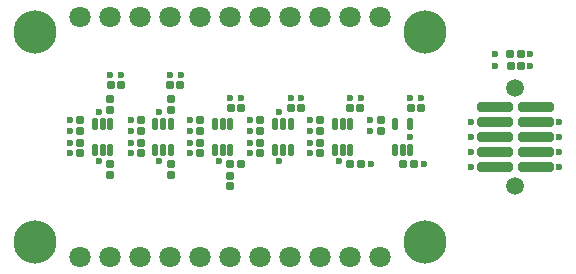
<source format=gts>
G04*
G04 #@! TF.GenerationSoftware,Altium Limited,Altium Designer,25.9.0 (10)*
G04*
G04 Layer_Color=794757*
%FSLAX44Y44*%
%MOMM*%
G71*
G04*
G04 #@! TF.SameCoordinates,A8D4251A-1738-4EAF-8D38-4F3D33BA549E*
G04*
G04*
G04 #@! TF.FilePolarity,Negative*
G04*
G01*
G75*
G04:AMPARAMS|DCode=19|XSize=0.65mm|YSize=0.7mm|CornerRadius=0.1875mm|HoleSize=0mm|Usage=FLASHONLY|Rotation=180.000|XOffset=0mm|YOffset=0mm|HoleType=Round|Shape=RoundedRectangle|*
%AMROUNDEDRECTD19*
21,1,0.6500,0.3250,0,0,180.0*
21,1,0.2750,0.7000,0,0,180.0*
1,1,0.3750,-0.1375,0.1625*
1,1,0.3750,0.1375,0.1625*
1,1,0.3750,0.1375,-0.1625*
1,1,0.3750,-0.1375,-0.1625*
%
%ADD19ROUNDEDRECTD19*%
G04:AMPARAMS|DCode=20|XSize=0.7mm|YSize=0.65mm|CornerRadius=0.1875mm|HoleSize=0mm|Usage=FLASHONLY|Rotation=180.000|XOffset=0mm|YOffset=0mm|HoleType=Round|Shape=RoundedRectangle|*
%AMROUNDEDRECTD20*
21,1,0.7000,0.2750,0,0,180.0*
21,1,0.3250,0.6500,0,0,180.0*
1,1,0.3750,-0.1625,0.1375*
1,1,0.3750,0.1625,0.1375*
1,1,0.3750,0.1625,-0.1375*
1,1,0.3750,-0.1625,-0.1375*
%
%ADD20ROUNDEDRECTD20*%
G04:AMPARAMS|DCode=21|XSize=1mm|YSize=0.5mm|CornerRadius=0.15mm|HoleSize=0mm|Usage=FLASHONLY|Rotation=90.000|XOffset=0mm|YOffset=0mm|HoleType=Round|Shape=RoundedRectangle|*
%AMROUNDEDRECTD21*
21,1,1.0000,0.2000,0,0,90.0*
21,1,0.7000,0.5000,0,0,90.0*
1,1,0.3000,0.1000,0.3500*
1,1,0.3000,0.1000,-0.3500*
1,1,0.3000,-0.1000,-0.3500*
1,1,0.3000,-0.1000,0.3500*
%
%ADD21ROUNDEDRECTD21*%
G04:AMPARAMS|DCode=22|XSize=0.65mm|YSize=0.7mm|CornerRadius=0.1875mm|HoleSize=0mm|Usage=FLASHONLY|Rotation=90.000|XOffset=0mm|YOffset=0mm|HoleType=Round|Shape=RoundedRectangle|*
%AMROUNDEDRECTD22*
21,1,0.6500,0.3250,0,0,90.0*
21,1,0.2750,0.7000,0,0,90.0*
1,1,0.3750,0.1625,0.1375*
1,1,0.3750,0.1625,-0.1375*
1,1,0.3750,-0.1625,-0.1375*
1,1,0.3750,-0.1625,0.1375*
%
%ADD22ROUNDEDRECTD22*%
G04:AMPARAMS|DCode=23|XSize=1.05mm|YSize=0.5mm|CornerRadius=0.15mm|HoleSize=0mm|Usage=FLASHONLY|Rotation=90.000|XOffset=0mm|YOffset=0mm|HoleType=Round|Shape=RoundedRectangle|*
%AMROUNDEDRECTD23*
21,1,1.0500,0.2000,0,0,90.0*
21,1,0.7500,0.5000,0,0,90.0*
1,1,0.3000,0.1000,0.3750*
1,1,0.3000,0.1000,-0.3750*
1,1,0.3000,-0.1000,-0.3750*
1,1,0.3000,-0.1000,0.3750*
%
%ADD23ROUNDEDRECTD23*%
G04:AMPARAMS|DCode=24|XSize=0.84mm|YSize=3.02mm|CornerRadius=0.235mm|HoleSize=0mm|Usage=FLASHONLY|Rotation=90.000|XOffset=0mm|YOffset=0mm|HoleType=Round|Shape=RoundedRectangle|*
%AMROUNDEDRECTD24*
21,1,0.8400,2.5500,0,0,90.0*
21,1,0.3700,3.0200,0,0,90.0*
1,1,0.4700,1.2750,0.1850*
1,1,0.4700,1.2750,-0.1850*
1,1,0.4700,-1.2750,-0.1850*
1,1,0.4700,-1.2750,0.1850*
%
%ADD24ROUNDEDRECTD24*%
%ADD25C,1.8018*%
%ADD26C,3.6560*%
%ADD27C,1.5200*%
%ADD28C,0.6000*%
D19*
X89250Y157800D02*
D03*
X97750D02*
D03*
X190500Y91000D02*
D03*
X199500D02*
D03*
X190750Y138300D02*
D03*
X199250D02*
D03*
X301000Y91000D02*
D03*
X292000D02*
D03*
X427750Y174000D02*
D03*
X436250D02*
D03*
X436500Y184000D02*
D03*
X427500D02*
D03*
X351750Y138800D02*
D03*
X300500Y138500D02*
D03*
X250250Y138300D02*
D03*
X148250Y157800D02*
D03*
X292000Y138500D02*
D03*
X343250Y138800D02*
D03*
X241750Y138300D02*
D03*
X336700Y91000D02*
D03*
X345700D02*
D03*
X139750Y157800D02*
D03*
D20*
X216000Y100300D02*
D03*
Y109300D02*
D03*
X318000Y119300D02*
D03*
X266500Y119300D02*
D03*
Y109300D02*
D03*
X216000Y119300D02*
D03*
X165000Y119300D02*
D03*
X114500Y119300D02*
D03*
X63500Y119300D02*
D03*
X165000Y109300D02*
D03*
X114500Y109300D02*
D03*
X63500Y109300D02*
D03*
X266500Y128300D02*
D03*
Y100300D02*
D03*
X318000Y128300D02*
D03*
X165000Y100300D02*
D03*
Y128300D02*
D03*
X216000Y128300D02*
D03*
X63500Y100300D02*
D03*
Y128300D02*
D03*
X114500Y100300D02*
D03*
Y128300D02*
D03*
D21*
X228500Y103300D02*
D03*
X241500D02*
D03*
Y125300D02*
D03*
X235000D02*
D03*
X228500D02*
D03*
X235000Y103300D02*
D03*
X285500Y125300D02*
D03*
Y103300D02*
D03*
X184000Y125300D02*
D03*
Y103300D02*
D03*
X133500Y103300D02*
D03*
X82500Y103300D02*
D03*
X279000Y125300D02*
D03*
X292000D02*
D03*
Y103300D02*
D03*
X279000D02*
D03*
X177500Y125300D02*
D03*
X190500D02*
D03*
Y103300D02*
D03*
X177500D02*
D03*
X76000Y125300D02*
D03*
X82500D02*
D03*
X89000D02*
D03*
Y103300D02*
D03*
X76000D02*
D03*
X127000Y125300D02*
D03*
X133500D02*
D03*
X140000D02*
D03*
Y103300D02*
D03*
X127000D02*
D03*
D22*
X190500Y72500D02*
D03*
Y81500D02*
D03*
X89000Y137300D02*
D03*
Y146300D02*
D03*
X89000Y82300D02*
D03*
Y91300D02*
D03*
X140000Y146300D02*
D03*
Y137300D02*
D03*
Y82300D02*
D03*
Y91300D02*
D03*
D23*
X330000Y103300D02*
D03*
X336500D02*
D03*
X343000Y125300D02*
D03*
X330000D02*
D03*
X343000Y103300D02*
D03*
D24*
X448950Y114300D02*
D03*
X414650Y127000D02*
D03*
X448950Y101600D02*
D03*
X414650D02*
D03*
Y88900D02*
D03*
X448950D02*
D03*
Y127000D02*
D03*
X414650Y139700D02*
D03*
X448950D02*
D03*
X414650Y114300D02*
D03*
D25*
X63500Y12700D02*
D03*
X88900D02*
D03*
X139700D02*
D03*
X165100D02*
D03*
X215900D02*
D03*
X266700D02*
D03*
X317500D02*
D03*
X292100D02*
D03*
X241300D02*
D03*
X190500D02*
D03*
X114300D02*
D03*
X88900Y215900D02*
D03*
X114300D02*
D03*
X139700D02*
D03*
X165100D02*
D03*
X190500D02*
D03*
X215900D02*
D03*
X241300D02*
D03*
X266700D02*
D03*
X292100D02*
D03*
X317500D02*
D03*
X63500D02*
D03*
D26*
X355600Y203200D02*
D03*
Y25400D02*
D03*
X25400Y203200D02*
D03*
Y25400D02*
D03*
D27*
X431800Y155600D02*
D03*
Y73000D02*
D03*
D28*
X309500Y91000D02*
D03*
X415000Y174000D02*
D03*
Y184000D02*
D03*
X394500Y114500D02*
D03*
X444500Y184000D02*
D03*
Y174000D02*
D03*
X156500Y100300D02*
D03*
X354200Y91000D02*
D03*
X282500Y93800D02*
D03*
X232000D02*
D03*
X181000Y93800D02*
D03*
X130500Y93800D02*
D03*
X79500Y93800D02*
D03*
X309000Y128300D02*
D03*
Y119300D02*
D03*
X98000Y166300D02*
D03*
X148500D02*
D03*
X250500Y146800D02*
D03*
X300750Y147000D02*
D03*
X469000Y114500D02*
D03*
X352000Y147300D02*
D03*
X207500Y128300D02*
D03*
X343000Y113800D02*
D03*
X258000Y119300D02*
D03*
X207500Y119300D02*
D03*
X258000Y109300D02*
D03*
X207500Y109300D02*
D03*
Y100300D02*
D03*
X199500Y146800D02*
D03*
X156500Y128300D02*
D03*
Y119300D02*
D03*
X106000D02*
D03*
X55000Y119300D02*
D03*
X156500Y109300D02*
D03*
X106000Y109300D02*
D03*
X55000Y109300D02*
D03*
X232000Y135300D02*
D03*
X241500Y146800D02*
D03*
X291750Y147000D02*
D03*
X469000Y127200D02*
D03*
Y89100D02*
D03*
Y101800D02*
D03*
X394500Y127000D02*
D03*
Y101600D02*
D03*
Y88900D02*
D03*
X258000Y128300D02*
D03*
X190500Y146800D02*
D03*
X258000Y100300D02*
D03*
X343000Y147300D02*
D03*
X130500Y135300D02*
D03*
X55000Y128300D02*
D03*
X106000Y128300D02*
D03*
X139500Y166300D02*
D03*
X89000Y166300D02*
D03*
X106000Y100300D02*
D03*
X79500Y135300D02*
D03*
X55000Y100300D02*
D03*
M02*

</source>
